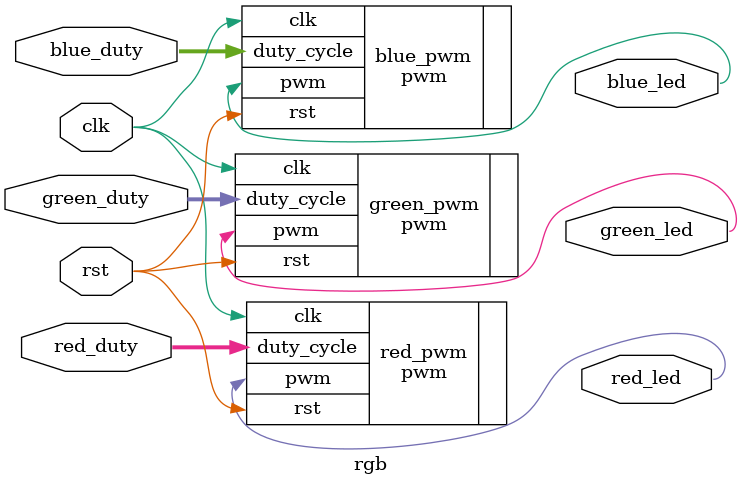
<source format=v>
`timescale 1ns / 1ps

module rgb
 #(parameter WIDTH = 8)
 (
    input clk,
    input rst,
    input [WIDTH-1:0] red_duty,
    input [WIDTH-1:0] green_duty,
    input [WIDTH-1:0] blue_duty,
    output red_led,
    output green_led,
    output blue_led
);

    pwm #(.WIDTH(WIDTH)) red_pwm (
        .clk(clk),
        .rst(rst),
        .duty_cycle(red_duty),
        .pwm(red_led)
    );

    pwm #(.WIDTH(WIDTH)) green_pwm (
        .clk(clk),
        .rst(rst),
        .duty_cycle(green_duty),
        .pwm(green_led)
    );

    pwm #(.WIDTH(WIDTH)) blue_pwm (
        .clk(clk),
        .rst(rst),
        .duty_cycle(blue_duty),
        .pwm(blue_led)
    );

endmodule

</source>
